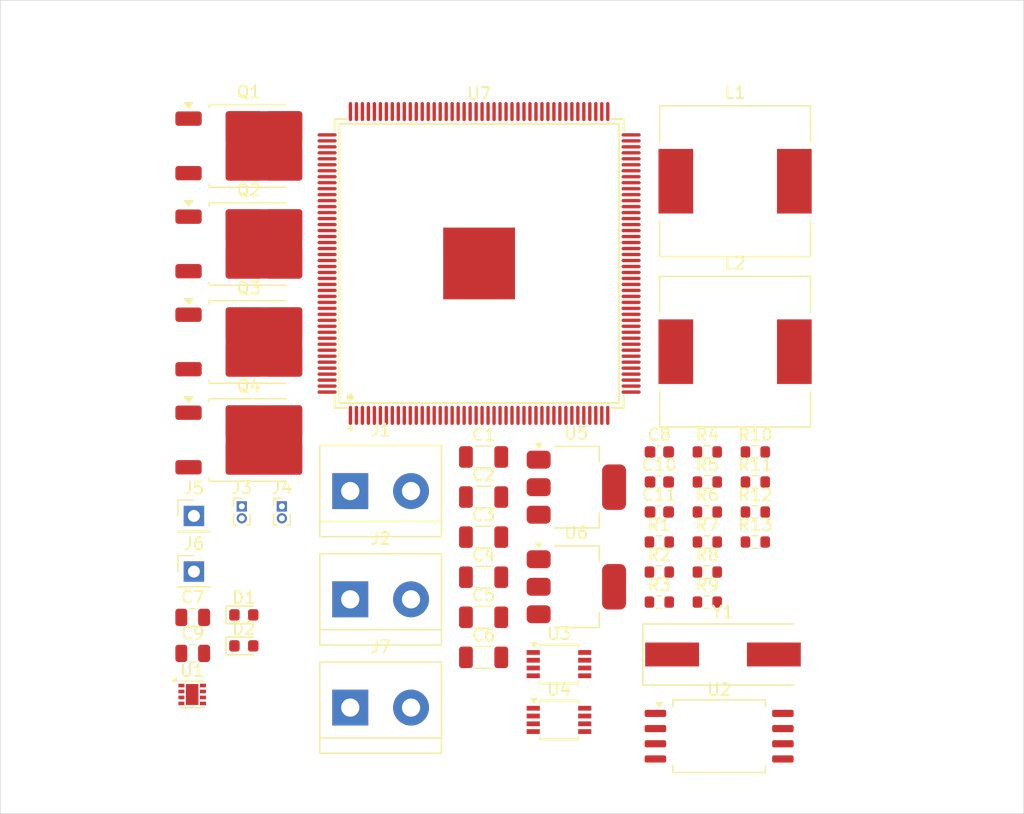
<source format=kicad_pcb>
(kicad_pcb (version 20240108) (generator "pcbnew") (generator_version "8.0")
  (layers (0 "F.Cu" signal) (31 "B.Cu" signal) (34 "B.Paste" user) (35 "F.Paste" user) (36 "B.SilkS" user "B.Silkscreen") (37 "F.SilkS" user "F.Silkscreen") (38 "B.Mask" user) (39 "F.Mask" user) (44 "Edge.Cuts" user))
  (net 0 "")
  (net 1 "GND")
  (net 2 "/VIN")
  (net 3 "/VCC")
  (net 4 "Net-(D1-K)")
  (net 5 "/SWA1")
  (net 6 "Net-(D2-K)")
  (net 7 "/SWA2")
  (net 8 "Net-(J2-Pin_1)")
  (net 9 "/5V")
  (net 10 "/3V3")
  (net 11 "/1V8")
  (net 12 "Net-(U7-X1)")
  (net 13 "Net-(U7-X2)")
  (net 14 "Net-(J3-Pin_1)")
  (net 15 "Net-(J3-Pin_2)")
  (net 16 "Net-(J4-Pin_1)")
  (net 17 "Net-(J4-Pin_2)")
  (net 18 "/PWM1_H")
  (net 19 "/PWM1_L")
  (net 20 "/PWM2_H")
  (net 21 "/PWM2_L")
  (net 22 "Net-(R1-Pad2)")
  (net 23 "/VOUT_SAMPLE+")
  (net 24 "Net-(R3-Pad2)")
  (net 25 "Net-(R5-Pad2)")
  (net 26 "Net-(R6-Pad2)")
  (net 27 "Net-(U1A--)")
  (net 28 "/V_D")
  (net 29 "Net-(R8-Pad1)")
  (net 30 "Net-(R9-Pad1)")
  (net 31 "Net-(U1A-+)")
  (net 32 "Net-(U3-HO)")
  (net 33 "Net-(U3-LO)")
  (net 34 "Net-(U4-HO)")
  (net 35 "Net-(U4-LO)")
  (net 37 "/PWMD1_L")
  (net 38 "/PWMD1_H")
  (net 39 "/PWMD2_L")
  (net 40 "/PWMD2_H")
  (footprint "Capacitor_SMD:C_1206_3216Metric" (layer "F.Cu") (at 91.875 71.225)
    (property "Reference" "C4" (at 0 -1.85 0) (layer "F.SilkS"))
    (property "Value" "10uF")
    (pad "1" smd roundrect (at -1.475 0) (size 1.15 1.8) (layers "F.Cu" "F.Paste" "F.Mask") (roundrect_rratio 0.217391) (net 3 "/VCC"))
    (pad "2" smd roundrect (at 1.475 0) (size 1.15 1.8) (layers "F.Cu" "F.Paste" "F.Mask") (roundrect_rratio 0.217391) (net 1 "GND"))
  )
  (footprint "Resistor_SMD:R_0603_1608Metric" (layer "F.Cu") (at 110.565 68.285)
    (property "Reference" "R7" (at 0 -1.43 0) (layer "F.SilkS"))
    (property "Value" "10k")
    (pad "1" smd roundrect (at -0.825 0) (size 0.8 0.95) (layers "F.Cu" "F.Paste" "F.Mask") (net 27 "Net-(U1A--)"))
    (pad "2" smd roundrect (at 0.825 0) (size 0.8 0.95) (layers "F.Cu" "F.Paste" "F.Mask") (net 28 "/V_D"))
  )
  (footprint "Resistor_SMD:R_0603_1608Metric" (layer "F.Cu") (at 110.565 70.795)
    (property "Reference" "R8" (at 0 -1.43 0) (layer "F.SilkS"))
    (property "Value" "10k")
    (pad "1" smd roundrect (at -0.825 0) (size 0.8 0.95) (layers "F.Cu" "F.Paste" "F.Mask") (net 29 "Net-(R8-Pad1)"))
    (pad "2" smd roundrect (at 0.825 0) (size 0.8 0.95) (layers "F.Cu" "F.Paste" "F.Mask") (net 27 "Net-(U1A--)"))
  )
  (footprint "Capacitor_SMD:C_0603_1608Metric" (layer "F.Cu") (at 106.555 65.775)
    (property "Reference" "C11" (at 0 -1.43 0) (layer "F.SilkS"))
    (property "Value" "22pF")
    (pad "1" smd roundrect (at -0.775 0) (size 0.9 0.95) (layers "F.Cu" "F.Paste" "F.Mask") (net 13 "Net-(U7-X2)"))
    (pad "2" smd roundrect (at 0.775 0) (size 0.9 0.95) (layers "F.Cu" "F.Paste" "F.Mask") (net 1 "GND"))
  )
  (footprint "Resistor_SMD:R_0603_1608Metric" (layer "F.Cu") (at 114.575 60.755)
    (property "Reference" "R10" (at 0 -1.43 0) (layer "F.SilkS"))
    (property "Value" "10")
    (pad "1" smd roundrect (at -0.825 0) (size 0.8 0.95) (layers "F.Cu" "F.Paste" "F.Mask") (net 32 "Net-(U3-HO)"))
    (pad "2" smd roundrect (at 0.825 0) (size 0.8 0.95) (layers "F.Cu" "F.Paste" "F.Mask") (net 18 "/PWM1_H"))
  )
  (footprint "Resistor_SMD:R_0603_1608Metric" (layer "F.Cu") (at 114.575 63.265)
    (property "Reference" "R11" (at 0 -1.43 0) (layer "F.SilkS"))
    (property "Value" "10")
    (pad "1" smd roundrect (at -0.825 0) (size 0.8 0.95) (layers "F.Cu" "F.Paste" "F.Mask") (net 33 "Net-(U3-LO)"))
    (pad "2" smd roundrect (at 0.825 0) (size 0.8 0.95) (layers "F.Cu" "F.Paste" "F.Mask") (net 19 "/PWM1_L"))
  )
  (footprint "Capacitor_SMD:C_0805_2012Metric" (layer "F.Cu") (at 67.575 74.585)
    (property "Reference" "C7" (at 0 -1.68 0) (layer "F.SilkS"))
    (property "Value" "10uF")
    (pad "1" smd roundrect (at -0.95 0) (size 1 1.45) (layers "F.Cu" "F.Paste" "F.Mask") (net 9 "/5V"))
    (pad "2" smd roundrect (at 0.95 0) (size 1 1.45) (layers "F.Cu" "F.Paste" "F.Mask") (net 1 "GND"))
  )
  (footprint "Connector_PinHeader_2.54mm:PinHeader_1x01_P2.54mm_Vertical" (layer "F.Cu") (at 67.675 66.105)
    (property "Reference" "J5" (at 0 -2.33 0) (layer "F.SilkS"))
    (property "Value" "Conn_01x01_Pin")
    (pad "1" thru_hole rect (at 0 0) (size 1.7 1.7) (drill 1) (layers "*.Cu" "*.Mask") (net 3 "/VCC"))
  )
  (footprint "TerminalBlock:TerminalBlock_bornier-2_P5.08mm" (layer "F.Cu") (at 80.735 73.075)
    (property "Reference" "J2" (at 2.54 -5.08 0) (layer "F.SilkS"))
    (property "Value" "OUTPUT")
    (pad "1" thru_hole rect (at 0 0) (size 3 3) (drill 1.52) (layers "*.Cu" "*.Mask") (net 8 "Net-(J2-Pin_1)"))
    (pad "2" thru_hole circle (at 5.08 0) (size 3 3) (drill 1.52) (layers "*.Cu" "*.Mask") (net 1 "GND"))
  )
  (footprint "Package_TO_SOT_SMD:TO-252-2" (layer "F.Cu") (at 72.265 35.17)
    (property "Reference" "Q1" (at 0 -4.5 0) (layer "F.SilkS"))
    (property "Value" "NMOS_HS1")
    (pad "1" smd roundrect (at -5.04 -2.28) (size 2.2 1.2) (layers "F.Cu" "F.Paste" "F.Mask") (roundrect_rratio 0.208333) (net 18 "/PWM1_H"))
    (pad "2" smd roundrect (at -0.415 -1.525) (size 3.05 2.75) (layers "F.Cu" "F.Paste") (roundrect_rratio 0.090909) (net 2 "/VIN"))
    (pad "2" smd roundrect (at -0.415 1.525) (size 3.05 2.75) (layers "F.Cu" "F.Paste") (roundrect_rratio 0.090909) (net 2 "/VIN"))
    (pad "2" smd roundrect (at 1.26 0) (size 6.4 5.8) (layers "F.Cu" "F.Mask") (roundrect_rratio 0.043103) (net 2 "/VIN"))
    (pad "2" smd roundrect (at 2.935 -1.525) (size 3.05 2.75) (layers "F.Cu" "F.Paste") (roundrect_rratio 0.090909) (net 2 "/VIN"))
    (pad "2" smd roundrect (at 2.935 1.525) (size 3.05 2.75) (layers "F.Cu" "F.Paste") (roundrect_rratio 0.090909) (net 2 "/VIN"))
    (pad "3" smd roundrect (at -5.04 2.28) (size 2.2 1.2) (layers "F.Cu" "F.Paste" "F.Mask") (roundrect_rratio 0.208333) (net 5 "/SWA1"))
  )
  (footprint "Resistor_SMD:R_0603_1608Metric" (layer "F.Cu") (at 110.565 60.755)
    (property "Reference" "R4" (at 0 -1.43 0) (layer "F.SilkS"))
    (property "Value" "10k")
    (pad "1" smd roundrect (at -0.825 0) (size 0.8 0.95) (layers "F.Cu" "F.Paste" "F.Mask") (net 24 "Net-(R3-Pad2)"))
    (pad "2" smd roundrect (at 0.825 0) (size 0.8 0.95) (layers "F.Cu" "F.Paste" "F.Mask") (net 23 "/VOUT_SAMPLE+"))
  )
  (footprint "Capacitor_SMD:C_1206_3216Metric" (layer "F.Cu") (at 91.875 67.875)
    (property "Reference" "C3" (at 0 -1.85 0) (layer "F.SilkS"))
    (property "Value" "1uF")
    (pad "1" smd roundrect (at -1.475 0) (size 1.15 1.8) (layers "F.Cu" "F.Paste" "F.Mask") (roundrect_rratio 0.217391) (net 4 "Net-(D1-K)"))
    (pad "2" smd roundrect (at 1.475 0) (size 1.15 1.8) (layers "F.Cu" "F.Paste" "F.Mask") (roundrect_rratio 0.217391) (net 5 "/SWA1"))
  )
  (footprint "TerminalBlock:TerminalBlock_bornier-2_P5.08mm" (layer "F.Cu") (at 80.735 64.025)
    (property "Reference" "J1" (at 2.54 -5.08 0) (layer "F.SilkS"))
    (property "Value" "INPUT")
    (pad "1" thru_hole rect (at 0 0) (size 3 3) (drill 1.52) (layers "*.Cu" "*.Mask") (net 2 "/VIN"))
    (pad "2" thru_hole circle (at 5.08 0) (size 3 3) (drill 1.52) (layers "*.Cu" "*.Mask") (net 1 "GND"))
  )
  (footprint "Resistor_SMD:R_0603_1608Metric" (layer "F.Cu") (at 114.575 68.285)
    (property "Reference" "R13" (at 0 -1.43 0) (layer "F.SilkS"))
    (property "Value" "10")
    (pad "1" smd roundrect (at -0.825 0) (size 0.8 0.95) (layers "F.Cu" "F.Paste" "F.Mask") (net 35 "Net-(U4-LO)"))
    (pad "2" smd roundrect (at 0.825 0) (size 0.8 0.95) (layers "F.Cu" "F.Paste" "F.Mask") (net 21 "/PWM2_L"))
  )
  (footprint "Capacitor_SMD:C_1206_3216Metric" (layer "F.Cu") (at 91.875 77.925)
    (property "Reference" "C6" (at 0 -1.85 0) (layer "F.SilkS"))
    (property "Value" "10uF")
    (pad "1" smd roundrect (at -1.475 0) (size 1.15 1.8) (layers "F.Cu" "F.Paste" "F.Mask") (roundrect_rratio 0.217391) (net 8 "Net-(J2-Pin_1)"))
    (pad "2" smd roundrect (at 1.475 0) (size 1.15 1.8) (layers "F.Cu" "F.Paste" "F.Mask") (roundrect_rratio 0.217391) (net 1 "GND"))
  )
  (footprint "Inductor_SMD:L_12x12mm_H8mm" (layer "F.Cu") (at 112.885 52.375)
    (property "Reference" "L2" (at 0 -7.4 0) (layer "F.SilkS"))
    (property "Value" "1uH")
    (pad "1" smd rect (at -4.95 0) (size 2.9 5.4) (layers "F.Cu" "F.Paste" "F.Mask") (net 7 "/SWA2"))
    (pad "2" smd rect (at 4.95 0) (size 2.9 5.4) (layers "F.Cu" "F.Paste" "F.Mask") (net 8 "Net-(J2-Pin_1)"))
  )
  (footprint "Capacitor_SMD:C_0805_2012Metric" (layer "F.Cu") (at 67.575 77.595)
    (property "Reference" "C9" (at 0 -1.68 0) (layer "F.SilkS"))
    (property "Value" "10uF")
    (pad "1" smd roundrect (at -0.95 0) (size 1 1.45) (layers "F.Cu" "F.Paste" "F.Mask") (net 11 "/1V8"))
    (pad "2" smd roundrect (at 0.95 0) (size 1 1.45) (layers "F.Cu" "F.Paste" "F.Mask") (net 1 "GND"))
  )
  (footprint "Crystal:Crystal_SMD_HC49-SD" (layer "F.Cu") (at 111.875 77.685)
    (property "Reference" "Y1" (at 0 -3.55 0) (layer "F.SilkS"))
    (property "Value" "150MHz")
    (pad "1" smd rect (at -4.25 0) (size 4.5 2) (layers "F.Cu" "F.Paste" "F.Mask") (net 13 "Net-(U7-X2)"))
    (pad "2" smd rect (at 4.25 0) (size 4.5 2) (layers "F.Cu" "F.Paste" "F.Mask") (net 12 "Net-(U7-X1)"))
  )
  (footprint "Package_TO_SOT_SMD:TO-252-2" (layer "F.Cu") (at 72.265 51.56)
    (property "Reference" "Q3" (at 0 -4.5 0) (layer "F.SilkS"))
    (property "Value" "NMOS_HS2")
    (pad "1" smd roundrect (at -5.04 -2.28) (size 2.2 1.2) (layers "F.Cu" "F.Paste" "F.Mask") (roundrect_rratio 0.208333) (net 20 "/PWM2_H"))
    (pad "2" smd roundrect (at -0.415 -1.525) (size 3.05 2.75) (layers "F.Cu" "F.Paste") (roundrect_rratio 0.090909) (net 2 "/VIN"))
    (pad "2" smd roundrect (at -0.415 1.525) (size 3.05 2.75) (layers "F.Cu" "F.Paste") (roundrect_rratio 0.090909) (net 2 "/VIN"))
    (pad "2" smd roundrect (at 1.26 0) (size 6.4 5.8) (layers "F.Cu" "F.Mask") (roundrect_rratio 0.043103) (net 2 "/VIN"))
    (pad "2" smd roundrect (at 2.935 -1.525) (size 3.05 2.75) (layers "F.Cu" "F.Paste") (roundrect_rratio 0.090909) (net 2 "/VIN"))
    (pad "2" smd roundrect (at 2.935 1.525) (size 3.05 2.75) (layers "F.Cu" "F.Paste") (roundrect_rratio 0.090909) (net 2 "/VIN"))
    (pad "3" smd roundrect (at -5.04 2.28) (size 2.2 1.2) (layers "F.Cu" "F.Paste" "F.Mask") (roundrect_rratio 0.208333) (net 7 "/SWA2"))
  )
  (footprint "Package_TO_SOT_SMD:TO-252-2" (layer "F.Cu") (at 72.265 59.755)
    (property "Reference" "Q4" (at 0 -4.5 0) (layer "F.SilkS"))
    (property "Value" "NMOS_LS2")
    (pad "1" smd roundrect (at -5.04 -2.28) (size 2.2 1.2) (layers "F.Cu" "F.Paste" "F.Mask") (roundrect_rratio 0.208333) (net 21 "/PWM2_L"))
    (pad "2" smd roundrect (at -0.415 -1.525) (size 3.05 2.75) (layers "F.Cu" "F.Paste") (roundrect_rratio 0.090909) (net 7 "/SWA2"))
    (pad "2" smd roundrect (at -0.415 1.525) (size 3.05 2.75) (layers "F.Cu" "F.Paste") (roundrect_rratio 0.090909) (net 7 "/SWA2"))
    (pad "2" smd roundrect (at 1.26 0) (size 6.4 5.8) (layers "F.Cu" "F.Mask") (roundrect_rratio 0.043103) (net 7 "/SWA2"))
    (pad "2" smd roundrect (at 2.935 -1.525) (size 3.05 2.75) (layers "F.Cu" "F.Paste") (roundrect_rratio 0.090909) (net 7 "/SWA2"))
    (pad "2" smd roundrect (at 2.935 1.525) (size 3.05 2.75) (layers "F.Cu" "F.Paste") (roundrect_rratio 0.090909) (net 7 "/SWA2"))
    (pad "3" smd roundrect (at -5.04 2.28) (size 2.2 1.2) (layers "F.Cu" "F.Paste" "F.Mask") (roundrect_rratio 0.208333) (net 1 "GND"))
  )
  (footprint "Connector_PinHeader_2.54mm:PinHeader_1x01_P2.54mm_Vertical" (layer "F.Cu") (at 67.675 70.755)
    (property "Reference" "J6" (at 0 -2.33 0) (layer "F.SilkS"))
    (property "Value" "Conn_01x01_Pin")
    (pad "1" thru_hole rect (at 0 0) (size 1.7 1.7) (drill 1) (layers "*.Cu" "*.Mask") (net 3 "/VCC"))
  )
  (footprint "Resistor_SMD:R_0603_1608Metric" (layer "F.Cu") (at 114.575 65.775)
    (property "Reference" "R12" (at 0 -1.43 0) (layer "F.SilkS"))
    (property "Value" "10")
    (pad "1" smd roundrect (at -0.825 0) (size 0.8 0.95) (layers "F.Cu" "F.Paste" "F.Mask") (net 34 "Net-(U4-HO)"))
    (pad "2" smd roundrect (at 0.825 0) (size 0.8 0.95) (layers "F.Cu" "F.Paste" "F.Mask") (net 20 "/PWM2_H"))
  )
  (footprint "Package_DFN_QFN:DFN-8-1EP_2x2mm_P0.5mm_EP1.05x1.75mm" (layer "F.Cu") (at 67.53 81.03)
    (property "Reference" "U1" (at 0 -2 0) (layer "F.SilkS"))
    (property "Value" "LM358_DFN")
    (pad "1" smd rect (at -0.9 -0.75) (size 0.5 0.3) (layers "F.Cu" "F.Paste" "F.Mask") (net 28 "/V_D"))
    (pad "2" smd rect (at -0.9 -0.25) (size 0.5 0.3) (layers "F.Cu" "F.Paste" "F.Mask") (net 27 "Net-(U1A--)"))
    (pad "3" smd rect (at -0.9 0.25) (size 0.5 0.3) (layers "F.Cu" "F.Paste" "F.Mask") (net 31 "Net-(U1A-+)"))
    (pad "4" smd rect (at -0.9 0.75) (size 0.5 0.3) (layers "F.Cu" "F.Paste" "F.Mask") (net 17 "Net-(J4-Pin_2)"))
    (pad "5" smd rect (at 0.9 0.75) (size 0.5 0.3) (layers "F.Cu" "F.Paste" "F.Mask"))
    (pad "6" smd rect (at 0.9 0.25) (size 0.5 0.3) (layers "F.Cu" "F.Paste" "F.Mask"))
    (pad "7" smd rect (at 0.9 -0.25) (size 0.5 0.3) (layers "F.Cu" "F.Paste" "F.Mask"))
    (pad "8" smd rect (at 0.9 -0.75) (size 0.5 0.3) (layers "F.Cu" "F.Paste" "F.Mask") (net 16 "Net-(J4-Pin_1)"))
    (pad "9" smd rect (at 0 0) (size 1.05 1.75) (layers "F.Cu" "F.Mask"))
  )
  (footprint "TerminalBlock:TerminalBlock_bornier-2_P5.08mm" (layer "F.Cu") (at 80.735 82.125)
    (property "Reference" "J7" (at 2.54 -5.08 0) (layer "F.SilkS"))
    (property "Value" "POWER_IN")
    (pad "1" thru_hole rect (at 0 0) (size 3 3) (drill 1.52) (layers "*.Cu" "*.Mask") (net 9 "/5V"))
    (pad "2" thru_hole circle (at 5.08 0) (size 3 3) (drill 1.52) (layers "*.Cu" "*.Mask") (net 1 "GND"))
  )
  (footprint "Capacitor_SMD:C_1206_3216Metric" (layer "F.Cu") (at 91.875 64.525)
    (property "Reference" "C2" (at 0 -1.85 0) (layer "F.SilkS"))
    (property "Value" "10uF")
    (pad "1" smd roundrect (at -1.475 0) (size 1.15 1.8) (layers "F.Cu" "F.Paste" "F.Mask") (roundrect_rratio 0.217391) (net 3 "/VCC"))
    (pad "2" smd roundrect (at 1.475 0) (size 1.15 1.8) (layers "F.Cu" "F.Paste" "F.Mask") (roundrect_rratio 0.217391) (net 1 "GND"))
  )
  (footprint "Resistor_SMD:R_0603_1608Metric" (layer "F.Cu") (at 106.555 73.305)
    (property "Reference" "R3" (at 0 -1.43 0) (layer "F.SilkS"))
    (property "Value" "10k")
    (pad "1" smd roundrect (at -0.825 0) (size 0.8 0.95) (layers "F.Cu" "F.Paste" "F.Mask") (net 22 "Net-(R1-Pad2)"))
    (pad "2" smd roundrect (at 0.825 0) (size 0.8 0.95) (layers "F.Cu" "F.Paste" "F.Mask") (net 24 "Net-(R3-Pad2)"))
  )
  (footprint "Capacitor_SMD:C_0603_1608Metric" (layer "F.Cu") (at 106.555 63.265)
    (property "Reference" "C10" (at 0 -1.43 0) (layer "F.SilkS"))
    (property "Value" "22pF")
    (pad "1" smd roundrect (at -0.775 0) (size 0.9 0.95) (layers "F.Cu" "F.Paste" "F.Mask") (net 12 "Net-(U7-X1)"))
    (pad "2" smd roundrect (at 0.775 0) (size 0.9 0.95) (layers "F.Cu" "F.Paste" "F.Mask") (net 1 "GND"))
  )
  (footprint "Connector_PinHeader_1.00mm:PinHeader_1x02_P1.00mm_Vertical" (layer "F.Cu") (at 75.025 65.305)
    (property "Reference" "J4" (at 0 -1.56 0) (layer "F.SilkS"))
    (property "Value" "Conn_01x02_Pin")
    (pad "1" thru_hole rect (at 0 0) (size 0.85 0.85) (drill 0.5) (layers "*.Cu" "*.Mask") (net 16 "Net-(J4-Pin_1)"))
    (pad "2" thru_hole oval (at 0 1) (size 0.85 0.85) (drill 0.5) (layers "*.Cu" "*.Mask") (net 17 "Net-(J4-Pin_2)"))
  )
  (footprint "Capacitor_SMD:C_1206_3216Metric" (layer "F.Cu") (at 91.875 74.575)
    (property "Reference" "C5" (at 0 -1.85 0) (layer "F.SilkS"))
    (property "Value" "1uF")
    (pad "1" smd roundrect (at -1.475 0) (size 1.15 1.8) (layers "F.Cu" "F.Paste" "F.Mask") (roundrect_rratio 0.217391) (net 6 "Net-(D2-K)"))
    (pad "2" smd roundrect (at 1.475 0) (size 1.15 1.8) (layers "F.Cu" "F.Paste" "F.Mask") (roundrect_rratio 0.217391) (net 7 "/SWA2"))
  )
  (footprint "Diode_SMD:D_0603_1608Metric" (layer "F.Cu") (at 71.845 74.375)
    (property "Reference" "D1" (at 0 -1.43 0) (layer "F.SilkS"))
    (property "Value" "D")
    (pad "1" smd roundrect (at -0.7875 0) (size 0.875 0.95) (layers "F.Cu" "F.Paste" "F.Mask") (net 4 "Net-(D1-K)"))
    (pad "2" smd roundrect (at 0.7875 0) (size 0.875 0.95) (layers "F.Cu" "F.Paste" "F.Mask") (net 3 "/VCC"))
  )
  (footprint "Resistor_SMD:R_0603_1608Metric" (layer "F.Cu") (at 110.565 65.775)
    (property "Reference" "R6" (at 0 -1.43 0) (layer "F.SilkS"))
    (property "Value" "10k")
    (pad "1" smd roundrect (at -0.825 0) (size 0.8 0.95) (layers "F.Cu" "F.Paste" "F.Mask") (net 1 "GND"))
    (pad "2" smd roundrect (at 0.825 0) (size 0.8 0.95) (layers "F.Cu" "F.Paste" "F.Mask") (net 26 "Net-(R6-Pad2)"))
  )
  (footprint "Inductor_SMD:L_12x12mm_H8mm" (layer "F.Cu") (at 112.885 38.125)
    (property "Reference" "L1" (at 0 -7.4 0) (layer "F.SilkS"))
    (property "Value" "1uH")
    (pad "1" smd rect (at -4.95 0) (size 2.9 5.4) (layers "F.Cu" "F.Paste" "F.Mask") (net 5 "/SWA1"))
    (pad "2" smd rect (at 4.95 0) (size 2.9 5.4) (layers "F.Cu" "F.Paste" "F.Mask") (net 8 "Net-(J2-Pin_1)"))
  )
  (footprint "Audio_Module:DSP28335" (layer "F.Cu") (at 91.5 45)
    (property "Reference" "U7" (at 0 -14.2 0) (layer "F.SilkS"))
    (property "Value" "TMS320F28335PTPQ")
    (pad "1" smd oval (at -10.75004 12.7) (size 0.28001 1.6) (layers "F.Cu" "F.Paste" "F.Mask"))
    (pad "2" smd oval (at -10.24992 12.7) (size 0.28001 1.6) (layers "F.Cu" "F.Paste" "F.Mask"))
    (pad "3" smd oval (at -9.75004 12.7) (size 0.28001 1.6) (layers "F.Cu" "F.Paste" "F.Mask"))
    (pad "4" smd oval (at -9.24992 12.7) (size 0.28001 1.6) (layers "F.Cu" "F.Paste" "F.Mask") (net 11 "/1V8"))
    (pad "5" smd oval (at -8.75005 12.7) (size 0.28001 1.6) (layers "F.Cu" "F.Paste" "F.Mask") (net 38 "/PWMD1_H"))
    (pad "6" smd oval (at -8.24992 12.7) (size 0.28001 1.6) (layers "F.Cu" "F.Paste" "F.Mask") (net 37 "/PWMD1_L"))
    (pad "7" smd oval (at -7.75005 12.7) (size 0.28001 1.6) (layers "F.Cu" "F.Paste" "F.Mask") (net 40 "/PWMD2_H"))
    (pad "8" smd oval (at -7.24992 12.7) (size 0.28001 1.6) (layers "F.Cu" "F.Paste" "F.Mask"))
    (pad "9" smd oval (at -6.75005 12.7) (size 0.28001 1.6) (layers "F.Cu" "F.Paste" "F.Mask") (net 10 "/3V3"))
    (pad "10" smd oval (at -6.24992 12.7) (size 0.28001 1.6) (layers "F.Cu" "F.Paste" "F.Mask") (net 39 "/PWMD2_L"))
    (pad "11" smd oval (at -5.75005 12.7) (size 0.28001 1.6) (layers "F.Cu" "F.Paste" "F.Mask"))
    (pad "12" smd oval (at -5.24993 12.7) (size 0.28001 1.6) (layers "F.Cu" "F.Paste" "F.Mask"))
    (pad "13" smd oval (at -4.75005 12.7) (size 0.28001 1.6) (layers "F.Cu" "F.Paste" "F.Mask"))
    (pad "14" smd oval (at -4.24993 12.7) (size 0.28001 1.6) (layers "F.Cu" "F.Paste" "F.Mask"))
    (pad "15" smd oval (at -3.75006 12.7) (size 0.28001 1.6) (layers "F.Cu" "F.Paste" "F.Mask") (net 11 "/1V8"))
    (pad "16" smd oval (at -3.24993 12.7) (size 0.28001 1.6) (layers "F.Cu" "F.Paste" "F.Mask"))
    (pad "17" smd oval (at -2.75006 12.7) (size 0.28001 1.6) (layers "F.Cu" "F.Paste" "F.Mask"))
    (pad "18" smd oval (at -2.24993 12.7) (size 0.28001 1.6) (layers "F.Cu" "F.Paste" "F.Mask"))
    (pad "19" smd oval (at -1.75006 12.7) (size 0.28001 1.6) (layers "F.Cu" "F.Paste" "F.Mask"))
    (pad "20" smd oval (at -1.24993 12.7) (size 0.28001 1.6) (layers "F.Cu" "F.Paste" "F.Mask"))
    (pad "21" smd oval (at -0.75006 12.7) (size 0.28001 1.6) (layers "F.Cu" "F.Paste" "F.Mask"))
    (pad "22" smd oval (at -0.24994 12.7) (size 0.28001 1.6) (layers "F.Cu" "F.Paste" "F.Mask"))
    (pad "23" smd oval (at 0.24994 12.7) (size 0.28001 1.6) (layers "F.Cu" "F.Paste" "F.Mask") (net 11 "/1V8"))
    (pad "24" smd oval (at 0.75006 12.7) (size 0.28001 1.6) (layers "F.Cu" "F.Paste" "F.Mask"))
    (pad "25" smd oval (at 1.24993 12.7) (size 0.28001 1.6) (layers "F.Cu" "F.Paste" "F.Mask"))
    (pad "26" smd oval (at 1.75006 12.7) (size 0.28001 1.6) (layers "F.Cu" "F.Paste" "F.Mask"))
    (pad "27" smd oval (at 2.24993 12.7) (size 0.28001 1.6) (layers "F.Cu" "F.Paste" "F.Mask"))
    (pad "28" smd oval (at 2.75006 12.7) (size 0.28001 1.6) (layers "F.Cu" "F.Paste" "F.Mask"))
    (pad "29" smd oval (at 3.24993 12.7) (size 0.28001 1.6) (layers "F.Cu" "F.Paste" "F.Mask") (net 11 "/1V8"))
    (pad "30" smd oval (at 3.75006 12.7) (size 0.28001 1.6) (layers "F.Cu" "F.Paste" "F.Mask"))
    (pad "31" smd oval (at 4.24993 12.7) (size 0.28001 1.6) (layers "F.Cu" "F.Paste" "F.Mask"))
    (pad "32" smd oval (at 4.75005 12.7) (size 0.28001 1.6) (layers "F.Cu" "F.Paste" "F.Mask"))
    (pad "33" smd oval (at 5.24993 12.7) (size 0.28001 1.6) (layers "F.Cu" "F.Paste" "F.Mask"))
    (pad "34" smd oval (at 5.75005 12.7) (size 0.28001 1.6) (layers "F.Cu" "F.Paste" "F.Mask"))
    (pad "35" smd oval (at 6.24992 12.7) (size 0.28001 1.6) (layers "F.Cu" "F.Paste" "F.Mask"))
    (pad "36" smd oval (at 6.75005 12.7) (size 0.28001 1.6) (layers "F.Cu" "F.Paste" "F.Mask"))
    (pad "37" smd oval (at 7.24992 12.7) (size 0.28001 1.6) (layers "F.Cu" "F.Paste" "F.Mask"))
    (pad "38" smd oval (at 7.75005 12.7) (size 0.28001 1.6) (layers "F.Cu" "F.Paste" "F.Mask"))
    (pad "39" smd oval (at 8.24992 12.7) (size 0.28001 1.6) (layers "F.Cu" "F.Paste" "F.Mask"))
    (pad "40" smd oval (at 8.75005 12.7) (size 0.28001 1.6) (layers "F.Cu" "F.Paste" "F.Mask"))
    (pad "41" smd oval (at 9.24992 12.7) (size 0.28001 1.6) (layers "F.Cu" "F.Paste" "F.Mask"))
    (pad "42" smd oval (at 9.75004 12.7) (size 0.28001 1.6) (layers "F.Cu" "F.Paste" "F.Mask") (net 28 "/V_D"))
    (pad "43" smd oval (at 10.24992 12.7) (size 0.28001 1.6) (layers "F.Cu" "F.Paste" "F.Mask"))
    (pad "44" smd oval (at 10.75004 12.7) (size 0.28001 1.6) (layers "F.Cu" "F.Paste" "F.Mask"))
    (pad "45" smd oval (at 12.7 10.75004) (size 1.6 0.28001) (layers "F.Cu" "F.Paste" "F.Mask"))
    (pad "46" smd oval (at 12.7 10.24992) (size 1.6 0.28001) (layers "F.Cu" "F.Paste" "F.Mask"))
    (pad "47" smd oval (at 12.7 9.75004) (size 1.6 0.28001) (layers "F.Cu" "F.Paste" "F.Mask"))
    (pad "48" smd oval (at 12.7 9.24992) (size 1.6 0.28001) (layers "F.Cu" "F.Paste" "F.Mask"))
    (pad "49" smd oval (at 12.7 8.75005) (size 1.6 0.28001) (layers "F.Cu" "F.Paste" "F.Mask"))
    (pad "50" smd oval (at 12.7 8.24992) (size 1.6 0.28001) (layers "F.Cu" "F.Paste" "F.Mask"))
    (pad "51" smd oval (at 12.7 7.75005) (size 1.6 0.28001) (layers "F.Cu" "F.Paste" "F.Mask"))
    (pad "52" smd oval (at 12.7 7.24992) (size 1.6 0.28001) (layers "F.Cu" "F.Paste" "F.Mask"))
    (pad "53" smd oval (at 12.7 6.75005) (size 1.6 0.28001) (layers "F.Cu" "F.Paste" "F.Mask"))
    (pad "54" smd oval (at 12.7 6.24992) (size 1.6 0.28001) (layers "F.Cu" "F.Paste" "F.Mask"))
    (pad "55" smd oval (at 12.7 5.75005) (size 1.6 0.28001) (layers "F.Cu" "F.Paste" "F.Mask"))
    (pad "56" smd oval (at 12.7 5.24993) (size 1.6 0.28001) (layers "F.Cu" "F.Paste" "F.Mask"))
    (pad "57" smd oval (at 12.7 4.75005) (size 1.6 0.28001) (layers "F.Cu" "F.Paste" "F.Mask"))
    (pad "58" smd oval (at 12.7 4.24993) (size 1.6 0.28001) (layers "F.Cu" "F.Paste" "F.Mask"))
    (pad "59" smd oval (at 12.7 3.75006) (size 1.6 0.28001) (layers "F.Cu" "F.Paste" "F.Mask"))
    (pad "60" smd oval (at 12.7 3.24993) (size 1.6 0.28001) (layers "F.Cu" "F.Paste" "F.Mask"))
    (pad "61" smd oval (at 12.7 2.75006) (size 1.6 0.28001) (layers "F.Cu" "F.Paste" "F.Mask") (net 11 "/1V8"))
    (pad "62" smd oval (at 12.7 2.24993) (size 1.6 0.28001) (layers "F.Cu" "F.Paste" "F.Mask"))
    (pad "63" smd oval (at 12.7 1.75006) (size 1.6 0.28001) (layers "F.Cu" "F.Paste" "F.Mask"))
    (pad "64" smd oval (at 12.7 1.24993) (size 1.6 0.28001) (layers "F.Cu" "F.Paste" "F.Mask"))
    (pad "65" smd oval (at 12.7 0.75006) (size 1.6 0.28001) (layers "F.Cu" "F.Paste" "F.Mask"))
    (pad "66" smd oval (at 12.7 0.24994) (size 1.6 0.28001) (layers "F.Cu" "F.Paste" "F.Mask"))
    (pad "67" smd oval (at 12.7 -0.24994) (size 1.6 0.28001) (layers "F.Cu" "F.Paste" "F.Mask"))
    (pad "68" smd oval (at 12.7 -0.75006) (size 1.6 0.28001) (layers "F.Cu" "F.Paste" "F.Mask"))
    (pad "69" smd oval (at 12.7 -1.24993) (size 1.6 0.28001) (layers "F.Cu" "F.Paste" "F.Mask"))
    (pad "70" smd oval (at 12.7 -1.75006) (size 1.6 0.28001) (layers "F.Cu" "F.Paste" "F.Mask"))
    (pad "71" smd oval (at 12.7 -2.24993) (size 1.6 0.28001) (layers "F.Cu" "F.Paste" "F.Mask") (net 10 "/3V3"))
    (pad "72" smd oval (at 12.7 -2.75006) (size 1.6 0.28001) (layers "F.Cu" "F.Paste" "F.Mask"))
    (pad "73" smd oval (at 12.7 -3.24993) (size 1.6 0.28001) (layers "F.Cu" "F.Paste" "F.Mask"))
    (pad "74" smd oval (at 12.7 -3.75006) (size 1.6 0.28001) (layers "F.Cu" "F.Paste" "F.Mask"))
    (pad "75" smd oval (at 12.7 -4.24993) (size 1.6 0.28001) (layers "F.Cu" "F.Paste" "F.Mask"))
    (pad "76" smd oval (at 12.7 -4.75005) (size 1.6 0.28001) (layers "F.Cu" "F.Paste" "F.Mask"))
    (pad "77" smd oval (at 12.7 -5.24993) (size 1.6 0.28001) (layers "F.Cu" "F.Paste" "F.Mask"))
    (pad "78" smd oval (at 12.7 -5.75005) (size 1.6 0.28001) (layers "F.Cu" "F.Paste" "F.Mask"))
    (pad "79" smd oval (at 12.7 -6.24992) (size 1.6 0.28001) (layers "F.Cu" "F.Paste" "F.Mask"))
    (pad "80" smd oval (at 12.7 -6.75005) (size 1.6 0.28001) (layers "F.Cu" "F.Paste" "F.Mask"))
    (pad "81" smd oval (at 12.7 -7.24992) (size 1.6 0.28001) (layers "F.Cu" "F.Paste" "F.Mask"))
    (pad "82" smd oval (at 12.7 -7.75005) (size 1.6 0.28001) (layers "F.Cu" "F.Paste" "F.Mask"))
    (pad "83" smd oval (at 12.7 -8.24992) (size 1.6 0.28001) (layers "F.Cu" "F.Paste" "F.Mask"))
    (pad "84" smd oval (at 12.7 -8.75005) (size 1.6 0.28001) (layers "F.Cu" "F.Paste" "F.Mask") (net 10 "/3V3"))
    (pad "85" smd oval (at 12.7 -9.24992) (size 1.6 0.28001) (layers "F.Cu" "F.Paste" "F.Mask"))
    (pad "86" smd oval (at 12.7 -9.75004) (size 1.6 0.28001) (layers "F.Cu" "F.Paste" "F.Mask"))
    (pad "87" smd oval (at 12.7 -10.24992) (size 1.6 0.28001) (layers "F.Cu" "F.Paste" "F.Mask"))
    (pad "88" smd oval (at 12.7 -10.75004) (size 1.6 0.28001) (layers "F.Cu" "F.Paste" "F.Mask"))
    (pad "89" smd oval (at 10.75004 -12.7) (size 0.28001 1.6) (layers "F.Cu" "F.Paste" "F.Mask"))
    (pad "90" smd oval (at 10.24992 -12.7) (size 0.28001 1.6) (layers "F.Cu" "F.Paste" "F.Mask"))
    (pad "91" smd oval (at 9.75004 -12.7) (size 0.28001 1.6) (layers "F.Cu" "F.Paste" "F.Mask"))
    (pad "92" smd oval (at 9.24992 -12.7) (size 0.28001 1.6) (layers "F.Cu" "F.Paste" "F.Mask"))
    (pad "93" smd oval (at 8.75005 -12.7) (size 0.28001 1.6) (layers "F.Cu" "F.Paste" "F.Mask") (net 10 "/3V3"))
    (pad "94" smd oval (at 8.24992 -12.7) (size 0.28001 1.6) (layers "F.Cu" "F.Paste" "F.Mask"))
    (pad "95" smd oval (at 7.75005 -12.7) (size 0.28001 1.6) (layers "F.Cu" "F.Paste" "F.Mask"))
    (pad "96" smd oval (at 7.24992 -12.7) (size 0.28001 1.6) (layers "F.Cu" "F.Paste" "F.Mask"))
    (pad "97" smd oval (at 6.75005 -12.7) (size 0.28001 1.6) (layers "F.Cu" "F.Paste" "F.Mask"))
    (pad "98" smd oval (at 6.24992 -12.7) (size 0.28001 1.6) (layers "F.Cu" "F.Paste" "F.Mask"))
    (pad "99" smd oval (at 5.75005 -12.7) (size 0.28001 1.6) (layers "F.Cu" "F.Paste" "F.Mask"))
    (pad "100" smd oval (at 5.24993 -12.7) (size 0.28001 1.6) (layers "F.Cu" "F.Paste" "F.Mask"))
    (pad "101" smd oval (at 4.75005 -12.7) (size 0.28001 1.6) (layers "F.Cu" "F.Paste" "F.Mask") (net 11 "/1V8"))
    (pad "102" smd oval (at 4.24993 -12.7) (size 0.28001 1.6) (layers "F.Cu" "F.Paste" "F.Mask") (net 13 "Net-(U7-X2)"))
    (pad "103" smd oval (at 3.75006 -12.7) (size 0.28001 1.6) (layers "F.Cu" "F.Paste" "F.Mask"))
    (pad "104" smd oval (at 3.24993 -12.7) (size 0.28001 1.6) (layers "F.Cu" "F.Paste" "F.Mask") (net 12 "Net-(U7-X1)"))
    (pad "105" smd oval (at 2.75006 -12.7) (size 0.28001 1.6) (layers "F.Cu" "F.Paste" "F.Mask") (net 1 "GND"))
    (pad "106" smd oval (at 2.24993 -12.7) (size 0.28001 1.6) (layers "F.Cu" "F.Paste" "F.Mask"))
    (pad "107" smd oval (at 1.75006 -12.7) (size 0.28001 1.6) (layers "F.Cu" "F.Paste" "F.Mask") (net 10 "/3V3"))
    (pad "108" smd oval (at 1.24993 -12.7) (size 0.28001 1.6) (layers "F.Cu" "F.Paste" "F.Mask"))
    (pad "109" smd oval (at 0.75006 -12.7) (size 0.28001 1.6) (layers "F.Cu" "F.Paste" "F.Mask") (net 11 "/1V8"))
    (pad "110" smd oval (at 0.24994 -12.7) (size 0.28001 1.6) (layers "F.Cu" "F.Paste" "F.Mask"))
    (pad "111" smd oval (at -0.24994 -12.7) (size 0.28001 1.6) (layers "F.Cu" "F.Paste" "F.Mask"))
    (pad "112" smd oval (at -0.75006 -12.7) (size 0.28001 1.6) (layers "F.Cu" "F.Paste" "F.Mask"))
    (pad "113" smd oval (at -1.24993 -12.7) (size 0.28001 1.6) (layers "F.Cu" "F.Paste" "F.Mask"))
    (pad "114" smd oval (at -1.75006 -12.7) (size 0.28001 1.6) (layers "F.Cu" "F.Paste" "F.Mask"))
    (pad "115" smd oval (at -2.24993 -12.7) (size 0.28001 1.6) (layers "F.Cu" "F.Paste" "F.Mask"))
    (pad "116" smd oval (at -2.75006 -12.7) (size 0.28001 1.6) (layers "F.Cu" "F.Paste" "F.Mask"))
    (pad "117" smd oval (at -3.24993 -12.7) (size 0.28001 1.6) (layers "F.Cu" "F.Paste" "F.Mask") (net 11 "/1V8"))
    (pad "118" smd oval (at -3.75006 -12.7) (size 0.28001 1.6) (layers "F.Cu" "F.Paste" "F.Mask"))
    (pad "119" smd oval (at -4.24993 -12.7) (size 0.28001 1.6) (layers "F.Cu" "F.Paste" "F.Mask"))
    (pad "120" smd oval (at -4.75005 -12.7) (size 0.28001 1.6) (layers "F.Cu" "F.Paste" "F.Mask"))
    (pad "121" smd oval (at -5.24993 -12.7) (size 0.28001 1.6) (layers "F.Cu" "F.Paste" "F.Mask") (net 10 "/3V3"))
    (pad "122" smd oval (at -5.75005 -12.7) (size 0.28001 1.6) (layers "F.Cu" "F.Paste" "F.Mask"))
    (pad "123" smd oval (at -6.24992 -12.7) (size 0.28001 1.6) (layers "F.Cu" "F.Paste" "F.Mask"))
    (pad "124" smd oval (at -6.75005 -12.7) (size 0.28001 1.6) (layers "F.Cu" "F.Paste" "F.Mask"))
    (pad "125" smd oval (at -7.24992 -12.7) (size 0.28001 1.6) (layers "F.Cu" "F.Paste" "F.Mask"))
    (pad "126" smd oval (at -7.75005 -12.7) (size 0.28001 1.6) (layers "F.Cu" "F.Paste" "F.Mask") (net 11 "/1V8"))
    (pad "127" smd oval (at -8.24992 -12.7) (size 0.28001 1.6) (layers "F.Cu" "F.Paste" "F.Mask"))
    (pad "128" smd oval (at -8.75005 -12.7) (size 0.28001 1.6) (layers "F.Cu" "F.Paste" "F.Mask"))
    (pad "129" smd oval (at -9.24992 -12.7) (size 0.28001 1.6) (layers "F.Cu" "F.Paste" "F.Mask"))
    (pad "130" smd oval (at -9.75004 -12.7) (size 0.28001 1.6) (layers "F.Cu" "F.Paste" "F.Mask"))
    (pad "131" smd oval (at -10.24992 -12.7) (size 0.28001 1.6) (layers "F.Cu" "F.Paste" "F.Mask"))
    (pad "132" smd oval (at -10.75004 -12.7) (size 0.28001 1.6) (layers "F.Cu" "F.Paste" "F.Mask"))
    (pad "133" smd oval (at -12.7 -10.75004) (size 1.6 0.28001) (layers "F.Cu" "F.Paste" "F.Mask"))
    (pad "134" smd oval (at -12.7 -10.24992) (size 1.6 0.28001) (layers "F.Cu" "F.Paste" "F.Mask"))
    (pad "135" smd oval (at -12.7 -9.75004) (size 1.6 0.28001) (layers "F.Cu" "F.Paste" "F.Mask"))
    (pad "136" smd oval (at -12.7 -9.24992) (size 1.6 0.28001) (layers "F.Cu" "F.Paste" "F.Mask"))
    (pad "137" smd oval (at -12.7 -8.75005) (size 1.6 0.28001) (layers "F.Cu" "F.Paste" "F.Mask"))
    (pad "138" smd oval (at -12.7 -8.24992) (size 1.6 0.28001) (layers "F.Cu" "F.Paste" "F.Mask"))
    (pad "139" smd oval (at -12.7 -7.75005) (size 1.6 0.28001) (layers "F.Cu" "F.Paste" "F.Mask") (net 11 "/1V8"))
    (pad "140" smd oval (at -12.7 -7.24992) (size 1.6 0.28001) (layers "F.Cu" "F.Paste" "F.Mask"))
    (pad "141" smd oval (at -12.7 -6.75005) (size 1.6 0.28001) (layers "F.Cu" "F.Paste" "F.Mask"))
    (pad "142" smd oval (at -12.7 -6.24992) (size 1.6 0.28001) (layers "F.Cu" "F.Paste" "F.Mask"))
    (pad "143" smd oval (at -12.7 -5.75005) (size 1.6 0.28001) (layers "F.Cu" "F.Paste" "F.Mask") (net 10 "/3V3"))
    (pad "144" smd oval (at -12.7 -5.24993) (size 1.6 0.28001) (layers "F.Cu" "F.Paste" "F.Mask"))
    (pad "145" smd oval (at -12.7 -4.75005) (size 1.6 0.28001) (layers "F.Cu" "F.Paste" "F.Mask"))
    (pad "146" smd oval (at -12.7 -4.24993) (size 1.6 0.28001) (layers "F.Cu" "F.Paste" "F.Mask") (net 11 "/1V8"))
    (pad "147" smd oval (at -12.7 -3.75006) (size 1.6 0.28001) (layers "F.Cu" "F.Paste" "F.Mask"))
    (pad "148" smd oval (at -12.7 -3.24993) (size 1.6 0.28001) (layers "F.Cu" "F.Paste" "F.Mask"))
    (pad "149" smd oval (at -12.7 -2.75006) (size 1.6 0.28001) (layers "F.Cu" "F.Paste" "F.Mask"))
    (pad "150" smd oval (at -12.7 -2.24993) (size 1.6 0.28001) (layers "F.Cu" "F.Paste" "F.Mask"))
    (pad "151" smd oval (at -12.7 -1.75006) (size 1.6 0.28001) (layers "F.Cu" "F.Paste" "F.Mask"))
    (pad "152" smd oval (at -12.7 -1.24993) (size 1.6 0.28001) (layers "F.Cu" "F.Paste" "F.Mask"))
    (pad "153" smd oval (at -12.7 -0.75006) (size 1.6 0.28001) (layers "F.Cu" "F.Paste" "F.Mask"))
    (pad "154" smd oval (at -12.7 -0.24994) (size 1.6 0.28001) (layers "F.Cu" "F.Paste" "F.Mask") (net 11 "/1V8"))
    (pad "155" smd oval (at -12.7 0.24994) (size 1.6 0.28001) (layers "F.Cu" "F.Paste" "F.Mask"))
    (pad "156" smd oval (at -12.7 0.75006) (size 1.6 0.28001) (layers "F.Cu" "F.Paste" "F.Mask"))
    (pad "157" smd oval (at -12.7 1.24993) (size 1.6 0.28001) (layers "F.Cu" "F.Paste" "F.Mask"))
    (pad "158" smd oval (at -12.7 1.75006) (size 1.6 0.28001) (layers "F.Cu" "F.Paste" "F.Mask"))
    (pad "159" smd oval (at -12.7 2.24993) (size 1.6 0.28001) (layers "F.Cu" "F.Paste" "F.Mask") (net 10 "/3V3"))
    (pad "160" smd oval (at -12.7 2.75006) (size 1.6 0.28001) (layers "F.Cu" "F.Paste" "F.Mask"))
    (pad "161" smd oval (at -12.7 3.24993) (size 1.6 0.28001) (layers "F.Cu" "F.Paste" "F.Mask"))
    (pad "162" smd oval (at -12.7 3.75006) (size 1.6 0.28001) (layers "F.Cu" "F.Paste" "F.Mask"))
    (pad "163" smd oval (at -12.7 4.24993) (size 1.6 0.28001) (layers "F.Cu" "F.Paste" "F.Mask"))
    (pad "164" smd oval (at -12.7 4.75005) (size 1.6 0.28001) (layers "F.Cu" "F.Paste" "F.Mask"))
    (pad "165" smd oval (at -12.7 5.24993) (size 1.6 0.28001) (layers "F.Cu" "F.Paste" "F.Mask"))
    (pad "166" smd oval (at -12.7 5.75005) (size 1.6 0.28001) (layers "F.Cu" "F.Paste" "F.Mask"))
    (pad "167" smd oval (at -12.7 6.24992) (size 1.6 0.28001) (layers "F.Cu" "F.Paste" "F.Mask") (net 11 "/1V8"))
    (pad "168" smd oval (at -12.7 6.75005) (size 1.6 0.28001) (layers "F.Cu" "F.Paste" "F.Mask"))
    (pad "169" smd oval (at -12.7 7.24992) (size 1.6 0.28001) (layers "F.Cu" "F.Paste" "F.Mask"))
    (pad "170" smd oval (at -12.7 7.75005) (size 1.6 0.28001) (layers "F.Cu" "F.Paste" "F.Mask") (net 10 "/3V3"))
    (pad "171" smd oval (at -12.7 8.24992) (size 1.6 0.28001) (layers "F.Cu" "F.Paste" "F.Mask"))
    (pad "172" smd oval (at -12.7 8.75005) (size 1.6 0.28001) (layers "F.Cu" "F.Paste" "F.Mask"))
    (pad "173" smd oval (at -12.7 9.24992) (size 1.6 0.28001) (layers "F.Cu" "F.Paste" "F.Mask"))
    (pad "174" smd oval (at -12.7 9.75004) (size 1.6 0.28001) (layers "F.Cu" "F.Paste" "F.Mask"))
    (pad "175" smd oval (at -12.7 10.24992) (size 1.6 0.28001) (layers "F.Cu" "F.Paste" "F.Mask"))
    (pad "176" smd oval (at -12.7 10.75004) (size 1.6 0.28001) (layers "F.Cu" "F.Paste" "F.Mask"))
    (pad "177" smd rect (at 0 0) (size 5.99999 5.99999) (layers "F.Cu" "F.Paste" "F.Mask"))
  )
  (footprint "Capacitor_SMD:C_0603_1608Metric" (layer "F.Cu") (at 106.555 60.755)
    (property "Reference" "C8" (at 0 -1.43 0) (layer "F.SilkS"))
    (property "Value" "100nF")
    (pad "1" smd roundrect (at -0.775 0) (size 0.9 0.95) (layers "F.Cu" "F.Paste" "F.Mask") (net 10 "/3V3"))
    (pad "2" smd roundrect (at 0.775 0) (size 0.9 0.95) (layers "F.Cu" "F.Paste" "F.Mask") (net 1 "GND"))
  )
  (footprint "Package_TO_SOT_SMD:TO-252-2" (layer "F.Cu") (at 72.265 43.365)
    (property "Reference" "Q2" (at 0 -4.5 0) (layer "F.SilkS"))
    (property "Value" "NMOS_LS1")
    (pad "1" smd roundrect (at -5.04 -2.28) (size 2.2 1.2) (layers "F.Cu" "F.Paste" "F.Mask") (roundrect_rratio 0.208333) (net 19 "/PWM1_L"))
    (pad "2" smd roundrect (at -0.415 -1.525) (size 3.05 2.75) (layers "F.Cu" "F.Paste") (roundrect_rratio 0.090909) (net 5 "/SWA1"))
    (pad "2" smd roundrect (at -0.415 1.525) (size 3.05 2.75) (layers "F.Cu" "F.Paste") (roundrect_rratio 0.090909) (net 5 "/SWA1"))
    (pad "2" smd roundrect (at 1.26 0) (size 6.4 5.8) (layers "F.Cu" "F.Mask") (roundrect_rratio 0.043103) (net 5 "/SWA1"))
    (pad "2" smd roundrect (at 2.935 -1.525) (size 3.05 2.75) (layers "F.Cu" "F.Paste") (roundrect_rratio 0.090909) (net 5 "/SWA1"))
    (pad "2" smd roundrect (at 2.935 1.525) (size 3.05 2.75) (layers "F.Cu" "F.Paste") (roundrect_rratio 0.090909) (net 5 "/SWA1"))
    (pad "3" smd roundrect (at -5.04 2.28) (size 2.2 1.2) (layers "F.Cu" "F.Paste" "F.Mask") (roundrect_rratio 0.208333) (net 1 "GND"))
  )
  (footprint "Package_TO_SOT_SMD:SOT-223-3_TabPin2" (layer "F.Cu") (at 99.625 63.7)
    (property "Reference" "U5" (at 0 -4.5 0) (layer "F.SilkS"))
    (property "Value" "AMS1117-3.3")
    (pad "1" smd roundrect (at -3.15 -2.3) (size 2 1.5) (layers "F.Cu" "F.Paste" "F.Mask") (net 1 "GND"))
    (pad "2" smd roundrect (at -3.15 0) (size 2 1.5) (layers "F.Cu" "F.Paste" "F.Mask") (net 10 "/3V3"))
    (pad "2" smd roundrect (at 3.15 0) (size 2 3.8) (layers "F.Cu" "F.Paste" "F.Mask") (net 10 "/3V3"))
    (pad "3" smd roundrect (at -3.15 2.3) (size 2 1.5) (layers "F.Cu" "F.Paste" "F.Mask") (net 9 "/5V"))
  )
  (footprint "Package_SO:TSSOP-8_3x3mm_P0.65mm" (layer "F.Cu") (at 98.175 83.155)
    (property "Reference" "U4" (at 0 -2.55 0) (layer "F.SilkS"))
    (property "Value" "IR2101")
    (pad "1" smd rect (at -2.15 -0.975) (size 1.1 0.4) (layers "F.Cu" "F.Paste" "F.Mask") (net 3 "/VCC"))
    (pad "2" smd rect (at -2.15 -0.325) (size 1.1 0.4) (layers "F.Cu" "F.Paste" "F.Mask") (net 40 "/PWMD2_H"))
    (pad "3" smd rect (at -2.15 0.325) (size 1.1 0.4) (layers "F.Cu" "F.Paste" "F.Mask") (net 39 "/PWMD2_L"))
    (pad "4" smd rect (at -2.15 0.975) (size 1.1 0.4) (layers "F.Cu" "F.Paste" "F.Mask") (net 1 "GND"))
    (pad "5" smd rect (at 2.15 0.975) (size 1.1 0.4) (layers "F.Cu" "F.Paste" "F.Mask") (net 35 "Net-(U4-LO)"))
    (pad "6" smd rect (at 2.15 0.325) (size 1.1 0.4) (layers "F.Cu" "F.Paste" "F.Mask") (net 7 "/SWA2"))
    (pad "7" smd rect (at 2.15 -0.325) (size 1.1 0.4) (layers "F.Cu" "F.Paste" "F.Mask") (net 34 "Net-(U4-HO)"))
    (pad "8" smd rect (at 2.15 -0.975) (size 1.1 0.4) (layers "F.Cu" "F.Paste" "F.Mask") (net 6 "Net-(D2-K)"))
  )
  (footprint "Package_SO:TSSOP-8_3x3mm_P0.65mm" (layer "F.Cu") (at 98.175 78.49)
    (property "Reference" "U3" (at 0 -2.55 0) (layer "F.SilkS"))
    (property "Value" "IR2101")
    (pad "1" smd rect (at -2.15 -0.975) (size 1.1 0.4) (layers "F.Cu" "F.Paste" "F.Mask") (net 3 "/VCC"))
    (pad "2" smd rect (at -2.15 -0.325) (size 1.1 0.4) (layers "F.Cu" "F.Paste" "F.Mask") (net 38 "/PWMD1_H"))
    (pad "3" smd rect (at -2.15 0.325) (size 1.1 0.4) (layers "F.Cu" "F.Paste" "F.Mask") (net 37 "/PWMD1_L"))
    (pad "4" smd rect (at -2.15 0.975) (size 1.1 0.4) (layers "F.Cu" "F.Paste" "F.Mask") (net 1 "GND"))
    (pad "5" smd rect (at 2.15 0.975) (size 1.1 0.4) (layers "F.Cu" "F.Paste" "F.Mask") (net 33 "Net-(U3-LO)"))
    (pad "6" smd rect (at 2.15 0.325) (size 1.1 0.4) (layers "F.Cu" "F.Paste" "F.Mask") (net 5 "/SWA1"))
    (pad "7" smd rect (at 2.15 -0.325) (size 1.1 0.4) (layers "F.Cu" "F.Paste" "F.Mask") (net 32 "Net-(U3-HO)"))
    (pad "8" smd rect (at 2.15 -0.975) (size 1.1 0.4) (layers "F.Cu" "F.Paste" "F.Mask") (net 4 "Net-(D1-K)"))
  )
  (footprint "Resistor_SMD:R_0603_1608Metric" (layer "F.Cu") (at 106.555 70.795)
    (property "Reference" "R2" (at 0 -1.43 0) (layer "F.SilkS"))
    (property "Value" "1k")
    (pad "1" smd roundrect (at -0.825 0) (size 0.8 0.95) (layers "F.Cu" "F.Paste" "F.Mask") (net 23 "/VOUT_SAMPLE+"))
    (pad "2" smd roundrect (at 0.825 0) (size 0.8 0.95) (layers "F.Cu" "F.Paste" "F.Mask") (net 1 "GND"))
  )
  (footprint "Resistor_SMD:R_0603_1608Metric" (layer "F.Cu") (at 110.565 73.305)
    (property "Reference" "R9" (at 0 -1.43 0) (layer "F.SilkS"))
    (property "Value" "10k")
    (pad "1" smd roundrect (at -0.825 0) (size 0.8 0.95) (layers "F.Cu" "F.Paste" "F.Mask") (net 30 "Net-(R9-Pad1)"))
    (pad "2" smd roundrect (at 0.825 0) (size 0.8 0.95) (layers "F.Cu" "F.Paste" "F.Mask") (net 31 "Net-(U1A-+)"))
  )
  (footprint "Package_SO:SOIC-8_7.5x5.85mm_P1.27mm" (layer "F.Cu") (at 111.555 84.515)
    (property "Reference" "U2" (at 0 -3.88 0) (layer "F.SilkS"))
    (property "Value" "AMC1200BDWV")
    (pad "1" smd roundrect (at -5.325 -1.905) (size 1.8 0.6) (layers "F.Cu" "F.Paste" "F.Mask") (net 14 "Net-(J3-Pin_1)"))
    (pad "2" smd roundrect (at -5.325 -0.635) (size 1.8 0.6) (layers "F.Cu" "F.Paste" "F.Mask") (net 25 "Net-(R5-Pad2)"))
    (pad "3" smd roundrect (at -5.325 0.635) (size 1.8 0.6) (layers "F.Cu" "F.Paste" "F.Mask") (net 26 "Net-(R6-Pad2)"))
    (pad "4" smd roundrect (at -5.325 1.905) (size 1.8 0.6) (layers "F.Cu" "F.Paste" "F.Mask") (net 15 "Net-(J3-Pin_2)"))
    (pad "5" smd roundrect (at 5.325 1.905) (size 1.8 0.6) (layers "F.Cu" "F.Paste" "F.Mask") (net 15 "Net-(J3-Pin_2)"))
    (pad "6" smd roundrect (at 5.325 0.635) (size 1.8 0.6) (layers "F.Cu" "F.Paste" "F.Mask") (net 29 "Net-(R8-Pad1)"))
    (pad "7" smd roundrect (at 5.325 -0.635) (size 1.8 0.6) (layers "F.Cu" "F.Paste" "F.Mask") (net 30 "Net-(R9-Pad1)"))
    (pad "8" smd roundrect (at 5.325 -1.905) (size 1.8 0.6) (layers "F.Cu" "F.Paste" "F.Mask") (net 14 "Net-(J3-Pin_1)"))
  )
  (footprint "Connector_PinHeader_1.00mm:PinHeader_1x02_P1.00mm_Vertical" (layer "F.Cu") (at 71.675 65.305)
    (property "Reference" "J3" (at 0 -1.56 0) (layer "F.SilkS"))
    (property "Value" "Conn_01x02_Pin")
    (pad "1" thru_hole rect (at 0 0) (size 0.85 0.85) (drill 0.5) (layers "*.Cu" "*.Mask") (net 14 "Net-(J3-Pin_1)"))
    (pad "2" thru_hole oval (at 0 1) (size 0.85 0.85) (drill 0.5) (layers "*.Cu" "*.Mask") (net 15 "Net-(J3-Pin_2)"))
  )
  (footprint "Resistor_SMD:R_0603_1608Metric" (layer "F.Cu") (at 106.555 68.285)
    (property "Reference" "R1" (at 0 -1.43 0) (layer "F.SilkS"))
    (property "Value" "10k")
    (pad "1" smd roundrect (at -0.825 0) (size 0.8 0.95) (layers "F.Cu" "F.Paste" "F.Mask") (net 8 "Net-(J2-Pin_1)"))
    (pad "2" smd roundrect (at 0.825 0) (size 0.8 0.95) (layers "F.Cu" "F.Paste" "F.Mask") (net 22 "Net-(R1-Pad2)"))
  )
  (footprint "Capacitor_SMD:C_1206_3216Metric" (layer "F.Cu") (at 91.875 61.175)
    (property "Reference" "C1" (at 0 -1.85 0) (layer "F.SilkS"))
    (property "Value" "100uF")
    (pad "1" smd roundrect (at -1.475 0) (size 1.15 1.8) (layers "F.Cu" "F.Paste" "F.Mask") (roundrect_rratio 0.217391) (net 2 "/VIN"))
    (pad "2" smd roundrect (at 1.475 0) (size 1.15 1.8) (layers "F.Cu" "F.Paste" "F.Mask") (roundrect_rratio 0.217391) (net 1 "GND"))
  )
  (footprint "Package_TO_SOT_SMD:SOT-223-3_TabPin2" (layer "F.Cu") (at 99.625 72.025)
    (property "Reference" "U6" (at 0 -4.5 0) (layer "F.SilkS"))
    (property "Value" "AMS1117-1.8")
    (pad "1" smd roundrect (at -3.15 -2.3) (size 2 1.5) (layers "F.Cu" "F.Paste" "F.Mask") (net 1 "GND"))
    (pad "2" smd roundrect (at -3.15 0) (size 2 1.5) (layers "F.Cu" "F.Paste" "F.Mask") (net 11 "/1V8"))
    (pad "2" smd roundrect (at 3.15 0) (size 2 3.8) (layers "F.Cu" "F.Paste" "F.Mask") (net 11 "/1V8"))
    (pad "3" smd roundrect (at -3.15 2.3) (size 2 1.5) (layers "F.Cu" "F.Paste" "F.Mask") (net 10 "/3V3"))
  )
  (footprint "Resistor_SMD:R_0603_1608Metric" (layer "F.Cu") (at 110.565 63.265)
    (property "Reference" "R5" (at 0 -1.43 0) (layer "F.SilkS"))
    (property "Value" "10k")
    (pad "1" smd roundrect (at -0.825 0) (size 0.8 0.95) (layers "F.Cu" "F.Paste" "F.Mask") (net 23 "/VOUT_SAMPLE+"))
    (pad "2" smd roundrect (at 0.825 0) (size 0.8 0.95) (layers "F.Cu" "F.Paste" "F.Mask") (net 25 "Net-(R5-Pad2)"))
  )
  (footprint "Diode_SMD:D_0603_1608Metric" (layer "F.Cu") (at 71.845 76.965)
    (property "Reference" "D2" (at 0 -1.43 0) (layer "F.SilkS"))
    (property "Value" "D")
    (pad "1" smd roundrect (at -0.7875 0) (size 0.875 0.95) (layers "F.Cu" "F.Paste" "F.Mask") (net 6 "Net-(D2-K)"))
    (pad "2" smd roundrect (at 0.7875 0) (size 0.875 0.95) (layers "F.Cu" "F.Paste" "F.Mask") (net 3 "/VCC"))
  )
  (gr_rect (start 51.5 23) (end 137 91) (stroke (width 0.05)) (fill none) (layer "Edge.Cuts"))
)
</source>
